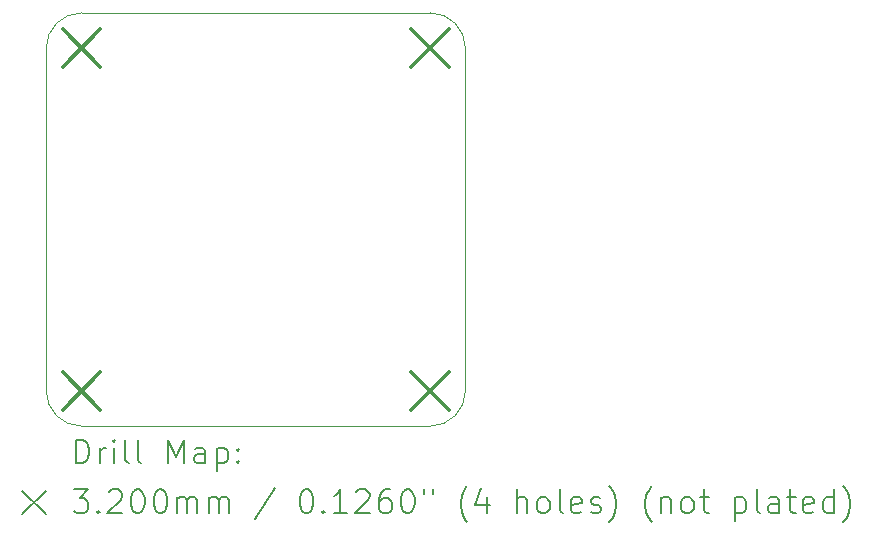
<source format=gbr>
%TF.GenerationSoftware,KiCad,Pcbnew,(6.0.7)*%
%TF.CreationDate,2022-10-27T11:54:34+02:00*%
%TF.ProjectId,sensorNode,73656e73-6f72-44e6-9f64-652e6b696361,rev?*%
%TF.SameCoordinates,Original*%
%TF.FileFunction,Drillmap*%
%TF.FilePolarity,Positive*%
%FSLAX45Y45*%
G04 Gerber Fmt 4.5, Leading zero omitted, Abs format (unit mm)*
G04 Created by KiCad (PCBNEW (6.0.7)) date 2022-10-27 11:54:34*
%MOMM*%
%LPD*%
G01*
G04 APERTURE LIST*
%ADD10C,0.100000*%
%ADD11C,0.200000*%
%ADD12C,0.320000*%
G04 APERTURE END LIST*
D10*
X24250000Y-12500000D02*
G75*
G03*
X24550000Y-12200000I0J300000D01*
G01*
X21000000Y-12200000D02*
G75*
G03*
X21300000Y-12500000I300000J0D01*
G01*
X24250000Y-9000000D02*
X21300000Y-9000000D01*
X21000000Y-9300000D02*
X21000000Y-12200000D01*
X21300000Y-12500000D02*
X24250000Y-12500000D01*
X24550000Y-9300000D02*
G75*
G03*
X24250000Y-9000000I-300000J0D01*
G01*
X24550000Y-12200000D02*
X24550000Y-9300000D01*
X21300000Y-9000000D02*
G75*
G03*
X21000000Y-9300000I0J-300000D01*
G01*
D11*
D12*
X21140000Y-9140000D02*
X21460000Y-9460000D01*
X21460000Y-9140000D02*
X21140000Y-9460000D01*
X21140000Y-12040000D02*
X21460000Y-12360000D01*
X21460000Y-12040000D02*
X21140000Y-12360000D01*
X24090000Y-9140000D02*
X24410000Y-9460000D01*
X24410000Y-9140000D02*
X24090000Y-9460000D01*
X24090000Y-12040000D02*
X24410000Y-12360000D01*
X24410000Y-12040000D02*
X24090000Y-12360000D01*
D11*
X21252619Y-12815476D02*
X21252619Y-12615476D01*
X21300238Y-12615476D01*
X21328810Y-12625000D01*
X21347857Y-12644048D01*
X21357381Y-12663095D01*
X21366905Y-12701190D01*
X21366905Y-12729762D01*
X21357381Y-12767857D01*
X21347857Y-12786905D01*
X21328810Y-12805952D01*
X21300238Y-12815476D01*
X21252619Y-12815476D01*
X21452619Y-12815476D02*
X21452619Y-12682143D01*
X21452619Y-12720238D02*
X21462143Y-12701190D01*
X21471667Y-12691667D01*
X21490714Y-12682143D01*
X21509762Y-12682143D01*
X21576429Y-12815476D02*
X21576429Y-12682143D01*
X21576429Y-12615476D02*
X21566905Y-12625000D01*
X21576429Y-12634524D01*
X21585952Y-12625000D01*
X21576429Y-12615476D01*
X21576429Y-12634524D01*
X21700238Y-12815476D02*
X21681190Y-12805952D01*
X21671667Y-12786905D01*
X21671667Y-12615476D01*
X21805000Y-12815476D02*
X21785952Y-12805952D01*
X21776429Y-12786905D01*
X21776429Y-12615476D01*
X22033571Y-12815476D02*
X22033571Y-12615476D01*
X22100238Y-12758333D01*
X22166905Y-12615476D01*
X22166905Y-12815476D01*
X22347857Y-12815476D02*
X22347857Y-12710714D01*
X22338333Y-12691667D01*
X22319286Y-12682143D01*
X22281190Y-12682143D01*
X22262143Y-12691667D01*
X22347857Y-12805952D02*
X22328810Y-12815476D01*
X22281190Y-12815476D01*
X22262143Y-12805952D01*
X22252619Y-12786905D01*
X22252619Y-12767857D01*
X22262143Y-12748809D01*
X22281190Y-12739286D01*
X22328810Y-12739286D01*
X22347857Y-12729762D01*
X22443095Y-12682143D02*
X22443095Y-12882143D01*
X22443095Y-12691667D02*
X22462143Y-12682143D01*
X22500238Y-12682143D01*
X22519286Y-12691667D01*
X22528809Y-12701190D01*
X22538333Y-12720238D01*
X22538333Y-12777381D01*
X22528809Y-12796428D01*
X22519286Y-12805952D01*
X22500238Y-12815476D01*
X22462143Y-12815476D01*
X22443095Y-12805952D01*
X22624048Y-12796428D02*
X22633571Y-12805952D01*
X22624048Y-12815476D01*
X22614524Y-12805952D01*
X22624048Y-12796428D01*
X22624048Y-12815476D01*
X22624048Y-12691667D02*
X22633571Y-12701190D01*
X22624048Y-12710714D01*
X22614524Y-12701190D01*
X22624048Y-12691667D01*
X22624048Y-12710714D01*
X20795000Y-13045000D02*
X20995000Y-13245000D01*
X20995000Y-13045000D02*
X20795000Y-13245000D01*
X21233571Y-13035476D02*
X21357381Y-13035476D01*
X21290714Y-13111667D01*
X21319286Y-13111667D01*
X21338333Y-13121190D01*
X21347857Y-13130714D01*
X21357381Y-13149762D01*
X21357381Y-13197381D01*
X21347857Y-13216428D01*
X21338333Y-13225952D01*
X21319286Y-13235476D01*
X21262143Y-13235476D01*
X21243095Y-13225952D01*
X21233571Y-13216428D01*
X21443095Y-13216428D02*
X21452619Y-13225952D01*
X21443095Y-13235476D01*
X21433571Y-13225952D01*
X21443095Y-13216428D01*
X21443095Y-13235476D01*
X21528810Y-13054524D02*
X21538333Y-13045000D01*
X21557381Y-13035476D01*
X21605000Y-13035476D01*
X21624048Y-13045000D01*
X21633571Y-13054524D01*
X21643095Y-13073571D01*
X21643095Y-13092619D01*
X21633571Y-13121190D01*
X21519286Y-13235476D01*
X21643095Y-13235476D01*
X21766905Y-13035476D02*
X21785952Y-13035476D01*
X21805000Y-13045000D01*
X21814524Y-13054524D01*
X21824048Y-13073571D01*
X21833571Y-13111667D01*
X21833571Y-13159286D01*
X21824048Y-13197381D01*
X21814524Y-13216428D01*
X21805000Y-13225952D01*
X21785952Y-13235476D01*
X21766905Y-13235476D01*
X21747857Y-13225952D01*
X21738333Y-13216428D01*
X21728810Y-13197381D01*
X21719286Y-13159286D01*
X21719286Y-13111667D01*
X21728810Y-13073571D01*
X21738333Y-13054524D01*
X21747857Y-13045000D01*
X21766905Y-13035476D01*
X21957381Y-13035476D02*
X21976429Y-13035476D01*
X21995476Y-13045000D01*
X22005000Y-13054524D01*
X22014524Y-13073571D01*
X22024048Y-13111667D01*
X22024048Y-13159286D01*
X22014524Y-13197381D01*
X22005000Y-13216428D01*
X21995476Y-13225952D01*
X21976429Y-13235476D01*
X21957381Y-13235476D01*
X21938333Y-13225952D01*
X21928810Y-13216428D01*
X21919286Y-13197381D01*
X21909762Y-13159286D01*
X21909762Y-13111667D01*
X21919286Y-13073571D01*
X21928810Y-13054524D01*
X21938333Y-13045000D01*
X21957381Y-13035476D01*
X22109762Y-13235476D02*
X22109762Y-13102143D01*
X22109762Y-13121190D02*
X22119286Y-13111667D01*
X22138333Y-13102143D01*
X22166905Y-13102143D01*
X22185952Y-13111667D01*
X22195476Y-13130714D01*
X22195476Y-13235476D01*
X22195476Y-13130714D02*
X22205000Y-13111667D01*
X22224048Y-13102143D01*
X22252619Y-13102143D01*
X22271667Y-13111667D01*
X22281190Y-13130714D01*
X22281190Y-13235476D01*
X22376428Y-13235476D02*
X22376428Y-13102143D01*
X22376428Y-13121190D02*
X22385952Y-13111667D01*
X22405000Y-13102143D01*
X22433571Y-13102143D01*
X22452619Y-13111667D01*
X22462143Y-13130714D01*
X22462143Y-13235476D01*
X22462143Y-13130714D02*
X22471667Y-13111667D01*
X22490714Y-13102143D01*
X22519286Y-13102143D01*
X22538333Y-13111667D01*
X22547857Y-13130714D01*
X22547857Y-13235476D01*
X22938333Y-13025952D02*
X22766905Y-13283095D01*
X23195476Y-13035476D02*
X23214524Y-13035476D01*
X23233571Y-13045000D01*
X23243095Y-13054524D01*
X23252619Y-13073571D01*
X23262143Y-13111667D01*
X23262143Y-13159286D01*
X23252619Y-13197381D01*
X23243095Y-13216428D01*
X23233571Y-13225952D01*
X23214524Y-13235476D01*
X23195476Y-13235476D01*
X23176428Y-13225952D01*
X23166905Y-13216428D01*
X23157381Y-13197381D01*
X23147857Y-13159286D01*
X23147857Y-13111667D01*
X23157381Y-13073571D01*
X23166905Y-13054524D01*
X23176428Y-13045000D01*
X23195476Y-13035476D01*
X23347857Y-13216428D02*
X23357381Y-13225952D01*
X23347857Y-13235476D01*
X23338333Y-13225952D01*
X23347857Y-13216428D01*
X23347857Y-13235476D01*
X23547857Y-13235476D02*
X23433571Y-13235476D01*
X23490714Y-13235476D02*
X23490714Y-13035476D01*
X23471667Y-13064048D01*
X23452619Y-13083095D01*
X23433571Y-13092619D01*
X23624048Y-13054524D02*
X23633571Y-13045000D01*
X23652619Y-13035476D01*
X23700238Y-13035476D01*
X23719286Y-13045000D01*
X23728809Y-13054524D01*
X23738333Y-13073571D01*
X23738333Y-13092619D01*
X23728809Y-13121190D01*
X23614524Y-13235476D01*
X23738333Y-13235476D01*
X23909762Y-13035476D02*
X23871667Y-13035476D01*
X23852619Y-13045000D01*
X23843095Y-13054524D01*
X23824048Y-13083095D01*
X23814524Y-13121190D01*
X23814524Y-13197381D01*
X23824048Y-13216428D01*
X23833571Y-13225952D01*
X23852619Y-13235476D01*
X23890714Y-13235476D01*
X23909762Y-13225952D01*
X23919286Y-13216428D01*
X23928809Y-13197381D01*
X23928809Y-13149762D01*
X23919286Y-13130714D01*
X23909762Y-13121190D01*
X23890714Y-13111667D01*
X23852619Y-13111667D01*
X23833571Y-13121190D01*
X23824048Y-13130714D01*
X23814524Y-13149762D01*
X24052619Y-13035476D02*
X24071667Y-13035476D01*
X24090714Y-13045000D01*
X24100238Y-13054524D01*
X24109762Y-13073571D01*
X24119286Y-13111667D01*
X24119286Y-13159286D01*
X24109762Y-13197381D01*
X24100238Y-13216428D01*
X24090714Y-13225952D01*
X24071667Y-13235476D01*
X24052619Y-13235476D01*
X24033571Y-13225952D01*
X24024048Y-13216428D01*
X24014524Y-13197381D01*
X24005000Y-13159286D01*
X24005000Y-13111667D01*
X24014524Y-13073571D01*
X24024048Y-13054524D01*
X24033571Y-13045000D01*
X24052619Y-13035476D01*
X24195476Y-13035476D02*
X24195476Y-13073571D01*
X24271667Y-13035476D02*
X24271667Y-13073571D01*
X24566905Y-13311667D02*
X24557381Y-13302143D01*
X24538333Y-13273571D01*
X24528809Y-13254524D01*
X24519286Y-13225952D01*
X24509762Y-13178333D01*
X24509762Y-13140238D01*
X24519286Y-13092619D01*
X24528809Y-13064048D01*
X24538333Y-13045000D01*
X24557381Y-13016428D01*
X24566905Y-13006905D01*
X24728809Y-13102143D02*
X24728809Y-13235476D01*
X24681190Y-13025952D02*
X24633571Y-13168809D01*
X24757381Y-13168809D01*
X24985952Y-13235476D02*
X24985952Y-13035476D01*
X25071667Y-13235476D02*
X25071667Y-13130714D01*
X25062143Y-13111667D01*
X25043095Y-13102143D01*
X25014524Y-13102143D01*
X24995476Y-13111667D01*
X24985952Y-13121190D01*
X25195476Y-13235476D02*
X25176428Y-13225952D01*
X25166905Y-13216428D01*
X25157381Y-13197381D01*
X25157381Y-13140238D01*
X25166905Y-13121190D01*
X25176428Y-13111667D01*
X25195476Y-13102143D01*
X25224048Y-13102143D01*
X25243095Y-13111667D01*
X25252619Y-13121190D01*
X25262143Y-13140238D01*
X25262143Y-13197381D01*
X25252619Y-13216428D01*
X25243095Y-13225952D01*
X25224048Y-13235476D01*
X25195476Y-13235476D01*
X25376428Y-13235476D02*
X25357381Y-13225952D01*
X25347857Y-13206905D01*
X25347857Y-13035476D01*
X25528809Y-13225952D02*
X25509762Y-13235476D01*
X25471667Y-13235476D01*
X25452619Y-13225952D01*
X25443095Y-13206905D01*
X25443095Y-13130714D01*
X25452619Y-13111667D01*
X25471667Y-13102143D01*
X25509762Y-13102143D01*
X25528809Y-13111667D01*
X25538333Y-13130714D01*
X25538333Y-13149762D01*
X25443095Y-13168809D01*
X25614524Y-13225952D02*
X25633571Y-13235476D01*
X25671667Y-13235476D01*
X25690714Y-13225952D01*
X25700238Y-13206905D01*
X25700238Y-13197381D01*
X25690714Y-13178333D01*
X25671667Y-13168809D01*
X25643095Y-13168809D01*
X25624048Y-13159286D01*
X25614524Y-13140238D01*
X25614524Y-13130714D01*
X25624048Y-13111667D01*
X25643095Y-13102143D01*
X25671667Y-13102143D01*
X25690714Y-13111667D01*
X25766905Y-13311667D02*
X25776428Y-13302143D01*
X25795476Y-13273571D01*
X25805000Y-13254524D01*
X25814524Y-13225952D01*
X25824048Y-13178333D01*
X25824048Y-13140238D01*
X25814524Y-13092619D01*
X25805000Y-13064048D01*
X25795476Y-13045000D01*
X25776428Y-13016428D01*
X25766905Y-13006905D01*
X26128809Y-13311667D02*
X26119286Y-13302143D01*
X26100238Y-13273571D01*
X26090714Y-13254524D01*
X26081190Y-13225952D01*
X26071667Y-13178333D01*
X26071667Y-13140238D01*
X26081190Y-13092619D01*
X26090714Y-13064048D01*
X26100238Y-13045000D01*
X26119286Y-13016428D01*
X26128809Y-13006905D01*
X26205000Y-13102143D02*
X26205000Y-13235476D01*
X26205000Y-13121190D02*
X26214524Y-13111667D01*
X26233571Y-13102143D01*
X26262143Y-13102143D01*
X26281190Y-13111667D01*
X26290714Y-13130714D01*
X26290714Y-13235476D01*
X26414524Y-13235476D02*
X26395476Y-13225952D01*
X26385952Y-13216428D01*
X26376428Y-13197381D01*
X26376428Y-13140238D01*
X26385952Y-13121190D01*
X26395476Y-13111667D01*
X26414524Y-13102143D01*
X26443095Y-13102143D01*
X26462143Y-13111667D01*
X26471667Y-13121190D01*
X26481190Y-13140238D01*
X26481190Y-13197381D01*
X26471667Y-13216428D01*
X26462143Y-13225952D01*
X26443095Y-13235476D01*
X26414524Y-13235476D01*
X26538333Y-13102143D02*
X26614524Y-13102143D01*
X26566905Y-13035476D02*
X26566905Y-13206905D01*
X26576428Y-13225952D01*
X26595476Y-13235476D01*
X26614524Y-13235476D01*
X26833571Y-13102143D02*
X26833571Y-13302143D01*
X26833571Y-13111667D02*
X26852619Y-13102143D01*
X26890714Y-13102143D01*
X26909762Y-13111667D01*
X26919286Y-13121190D01*
X26928809Y-13140238D01*
X26928809Y-13197381D01*
X26919286Y-13216428D01*
X26909762Y-13225952D01*
X26890714Y-13235476D01*
X26852619Y-13235476D01*
X26833571Y-13225952D01*
X27043095Y-13235476D02*
X27024048Y-13225952D01*
X27014524Y-13206905D01*
X27014524Y-13035476D01*
X27205000Y-13235476D02*
X27205000Y-13130714D01*
X27195476Y-13111667D01*
X27176428Y-13102143D01*
X27138333Y-13102143D01*
X27119286Y-13111667D01*
X27205000Y-13225952D02*
X27185952Y-13235476D01*
X27138333Y-13235476D01*
X27119286Y-13225952D01*
X27109762Y-13206905D01*
X27109762Y-13187857D01*
X27119286Y-13168809D01*
X27138333Y-13159286D01*
X27185952Y-13159286D01*
X27205000Y-13149762D01*
X27271667Y-13102143D02*
X27347857Y-13102143D01*
X27300238Y-13035476D02*
X27300238Y-13206905D01*
X27309762Y-13225952D01*
X27328809Y-13235476D01*
X27347857Y-13235476D01*
X27490714Y-13225952D02*
X27471667Y-13235476D01*
X27433571Y-13235476D01*
X27414524Y-13225952D01*
X27405000Y-13206905D01*
X27405000Y-13130714D01*
X27414524Y-13111667D01*
X27433571Y-13102143D01*
X27471667Y-13102143D01*
X27490714Y-13111667D01*
X27500238Y-13130714D01*
X27500238Y-13149762D01*
X27405000Y-13168809D01*
X27671667Y-13235476D02*
X27671667Y-13035476D01*
X27671667Y-13225952D02*
X27652619Y-13235476D01*
X27614524Y-13235476D01*
X27595476Y-13225952D01*
X27585952Y-13216428D01*
X27576428Y-13197381D01*
X27576428Y-13140238D01*
X27585952Y-13121190D01*
X27595476Y-13111667D01*
X27614524Y-13102143D01*
X27652619Y-13102143D01*
X27671667Y-13111667D01*
X27747857Y-13311667D02*
X27757381Y-13302143D01*
X27776428Y-13273571D01*
X27785952Y-13254524D01*
X27795476Y-13225952D01*
X27805000Y-13178333D01*
X27805000Y-13140238D01*
X27795476Y-13092619D01*
X27785952Y-13064048D01*
X27776428Y-13045000D01*
X27757381Y-13016428D01*
X27747857Y-13006905D01*
M02*

</source>
